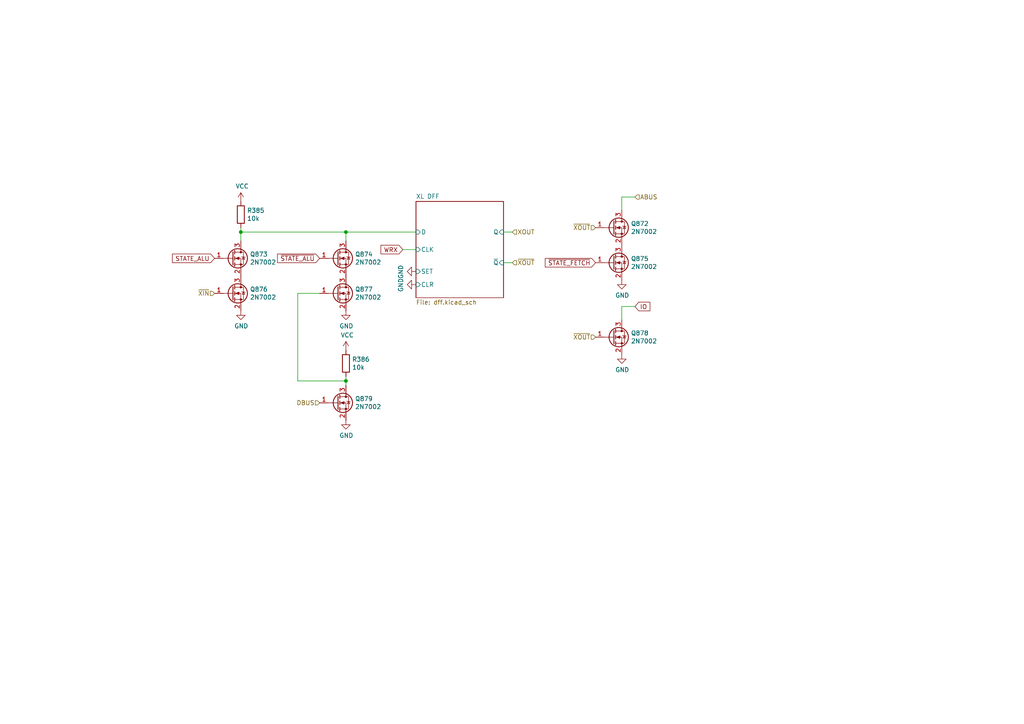
<source format=kicad_sch>
(kicad_sch (version 20230121) (generator eeschema)
  (paper "A4")
  (title_block (title "Q2 Computer") (date "2022-04-16") (rev "4c") (company "joewing.net"))
  (lib_symbols
    (symbol "Device:R" (pin_numbers hide) (pin_names (offset 0))
      (property "Reference" "R" (at 2.032 0 90))
      (property "Value" "R" (at 0 0 90))
      (symbol "R_0_1"
        (rectangle (start -1.016 -2.54) (end 1.016 2.54) (stroke (width 0.254)))
      )
      (symbol "R_1_1"
        (pin passive line (at 0 3.81 270) (length 1.27) (name "~") (number "1"))
        (pin passive line (at 0 -3.81 90) (length 1.27) (name "~") (number "2"))
      )
    )
    (symbol "Transistor_FET:2N7002" (pin_names hide)
      (property "Reference" "Q" (at 5.08 1.905 0))
      (property "Value" "2N7002" (at 5.08 0 0))
      (symbol "2N7002_0_1"
        (polyline (pts (xy 0.254 0) (xy -2.54 0)))
        (polyline (pts (xy 0.254 1.905) (xy 0.254 -1.905)) (stroke (width 0.254)))
        (polyline (pts (xy 0.762 -1.27) (xy 0.762 -2.286)) (stroke (width 0.254)))
        (polyline (pts (xy 0.762 0.508) (xy 0.762 -0.508)) (stroke (width 0.254)))
        (polyline (pts (xy 0.762 2.286) (xy 0.762 1.27)) (stroke (width 0.254)))
        (polyline (pts (xy 2.54 2.54) (xy 2.54 1.778)))
        (polyline (pts (xy 2.54 -2.54) (xy 2.54 0) (xy 0.762 0)))
        (polyline (pts (xy 0.762 -1.778) (xy 3.302 -1.778) (xy 3.302 1.778) (xy 0.762 1.778)))
        (polyline (pts (xy 1.016 0) (xy 2.032 0.381) (xy 2.032 -0.381) (xy 1.016 0)) (fill (type outline)))
        (polyline (pts (xy 2.794 0.508) (xy 2.921 0.381) (xy 3.683 0.381) (xy 3.81 0.254)))
        (polyline (pts (xy 3.302 0.381) (xy 2.921 -0.254) (xy 3.683 -0.254) (xy 3.302 0.381)))
        (circle (center 1.651 0) (radius 2.794) (stroke (width 0.254)))
        (circle (center 2.54 -1.778) (radius 0.254) (fill (type outline)))
        (circle (center 2.54 1.778) (radius 0.254) (fill (type outline)))
      )
      (symbol "2N7002_1_1"
        (pin input line (at -5.08 0 0) (length 2.54) (name "G") (number "1"))
        (pin passive line (at 2.54 -5.08 90) (length 2.54) (name "S") (number "2"))
        (pin passive line (at 2.54 5.08 270) (length 2.54) (name "D") (number "3"))
      )
    )
    (symbol "power:GND" (power) (pin_names (offset 0))
      (property "Value" "GND" (at 0 -3.81 0))
      (symbol "GND_0_1"
        (polyline (pts (xy 0 0) (xy 0 -1.27) (xy 1.27 -1.27) (xy 0 -2.54) (xy -1.27 -1.27) (xy 0 -1.27)))
      )
      (symbol "GND_1_1"
        (pin power_in line (at 0 0 270) (length 0) hide (name "GND") (number "1"))
      )
    )
    (symbol "power:VCC" (power) (pin_names (offset 0))
      (property "Value" "VCC" (at 0 3.81 0))
      (symbol "VCC_0_1"
        (polyline (pts (xy -0.762 1.27) (xy 0 2.54)))
        (polyline (pts (xy 0 0) (xy 0 2.54)))
        (polyline (pts (xy 0 2.54) (xy 0.762 1.27)))
      )
      (symbol "VCC_1_1"
        (pin power_in line (at 0 0 90) (length 0) hide (name "VCC") (number "1"))
      )
    )
  )
  (junction (at 69.85 67.31))
  (junction (at 100.33 67.31))
  (junction (at 100.33 110.49))
  (wire (pts (xy 69.85 67.31) (xy 69.85 69.85)))
  (wire (pts (xy 116.84 72.39) (xy 120.65 72.39)))
  (wire (pts (xy 180.34 88.9) (xy 180.34 92.71)))
  (wire (pts (xy 69.85 67.31) (xy 100.33 67.31)))
  (wire (pts (xy 148.59 76.2) (xy 146.05 76.2)))
  (wire (pts (xy 100.33 109.22) (xy 100.33 110.49)))
  (wire (pts (xy 100.33 110.49) (xy 100.33 111.76)))
  (wire (pts (xy 184.15 88.9) (xy 180.34 88.9)))
  (wire (pts (xy 148.59 67.31) (xy 146.05 67.31)))
  (wire (pts (xy 86.36 85.09) (xy 86.36 110.49)))
  (wire (pts (xy 69.85 66.04) (xy 69.85 67.31)))
  (wire (pts (xy 100.33 67.31) (xy 100.33 69.85)))
  (wire (pts (xy 180.34 57.15) (xy 180.34 60.96)))
  (wire (pts (xy 100.33 110.49) (xy 86.36 110.49)))
  (wire (pts (xy 100.33 67.31) (xy 120.65 67.31)))
  (wire (pts (xy 184.15 57.15) (xy 180.34 57.15)))
  (wire (pts (xy 92.71 85.09) (xy 86.36 85.09)))
  (global_label "~{STATE_ALU}" (shape input) (at 92.71 74.93 180) (property "Intersheetrefs" "${INTERSHEET_REFS}" (effects hide)))
  (global_label "WRX" (shape input) (at 116.84 72.39 180) (property "Intersheetrefs" "${INTERSHEET_REFS}" (effects hide)))
  (global_label "IO" (shape input) (at 184.15 88.9 0) (property "Intersheetrefs" "${INTERSHEET_REFS}" (effects hide)))
  (global_label "~{STATE_FETCH}" (shape input) (at 172.72 76.2 180) (property "Intersheetrefs" "${INTERSHEET_REFS}" (effects hide)))
  (global_label "STATE_ALU" (shape input) (at 62.23 74.93 180) (property "Intersheetrefs" "${INTERSHEET_REFS}" (effects hide)))
  (hierarchical_label "ABUS" (shape input) (at 184.15 57.15 0))
  (hierarchical_label "~{XOUT}" (shape input) (at 148.59 76.2 0))
  (hierarchical_label "~{XOUT}" (shape input) (at 172.72 97.79 180))
  (hierarchical_label "XOUT" (shape input) (at 148.59 67.31 0))
  (hierarchical_label "~{XOUT}" (shape input) (at 172.72 66.04 180))
  (hierarchical_label "~{XIN}" (shape input) (at 62.23 85.09 180))
  (hierarchical_label "DBUS" (shape input) (at 92.71 116.84 180))
  (symbol (lib_id "power:GND") (at 180.34 102.87 0) (unit 1)
    (property "Reference" "#PWR0756" (effects hide))
    (property "Value" "GND" (at 180.467 107.2642 0))
    (instances (project "q2" (path "" (reference "#PWR0756") (unit 1)) (path "" (reference "#PWR0304") (unit 1)) (path "" (reference "#PWR0355") (unit 1)) (path "" (reference "#PWR0674") (unit 1)) (path "" (reference "#PWR0406") (unit 1)) (path "" (reference "#PWR0807") (unit 1)) (path "" (reference "#PWR0457") (unit 1))))
  )
  (symbol (lib_id "Transistor_FET:2N7002") (at 67.31 85.09 0) (unit 1)
    (property "Reference" "Q876" (at 72.4916 83.9216 0) (effects (justify left)))
    (property "Value" "2N7002" (at 72.4916 86.233 0) (effects (justify left)))
    (property "Footprint" "Package_TO_SOT_SMD:SOT-23" (effects hide))
    (property "LCSC" "C181083" (effects hide))
    (property "Manufacturer" "Guangdong Hottech" (effects hide))
    (property "Part Number" "2N7002" (effects hide))
    (property "Package" "SOT-23" (effects hide))
    (property "Type" "SMD" (effects hide))
    (instances (project "q2" (path "" (reference "Q876") (unit 1)) (path "" (reference "Q393") (unit 1)) (path "" (reference "Q461") (unit 1)) (path "" (reference "Q798") (unit 1)) (path "" (reference "Q529") (unit 1)) (path "" (reference "Q944") (unit 1)) (path "" (reference "Q597") (unit 1))))
  )
  (symbol (lib_id "power:GND") (at 69.85 90.17 0) (unit 1)
    (property "Reference" "#PWR0753" (effects hide))
    (property "Value" "GND" (at 69.977 94.5642 0))
    (instances (project "q2" (path "" (reference "#PWR0753") (unit 1)) (path "" (reference "#PWR0301") (unit 1)) (path "" (reference "#PWR0352") (unit 1)) (path "" (reference "#PWR0671") (unit 1)) (path "" (reference "#PWR0403") (unit 1)) (path "" (reference "#PWR0804") (unit 1)) (path "" (reference "#PWR0454") (unit 1))))
  )
  (symbol (lib_id "Transistor_FET:2N7002") (at 67.31 74.93 0) (unit 1)
    (property "Reference" "Q873" (at 72.4916 73.7616 0) (effects (justify left)))
    (property "Value" "2N7002" (at 72.4916 76.073 0) (effects (justify left)))
    (property "Footprint" "Package_TO_SOT_SMD:SOT-23" (effects hide))
    (property "LCSC" "C181083" (effects hide))
    (property "Manufacturer" "Guangdong Hottech" (effects hide))
    (property "Part Number" "2N7002" (effects hide))
    (property "Package" "SOT-23" (effects hide))
    (property "Type" "SMD" (effects hide))
    (instances (project "q2" (path "" (reference "Q873") (unit 1)) (path "" (reference "Q390") (unit 1)) (path "" (reference "Q458") (unit 1)) (path "" (reference "Q795") (unit 1)) (path "" (reference "Q526") (unit 1)) (path "" (reference "Q941") (unit 1)) (path "" (reference "Q594") (unit 1))))
  )
  (symbol (lib_id "Transistor_FET:2N7002") (at 97.79 74.93 0) (unit 1)
    (property "Reference" "Q874" (at 102.9716 73.7616 0) (effects (justify left)))
    (property "Value" "2N7002" (at 102.9716 76.073 0) (effects (justify left)))
    (property "Footprint" "Package_TO_SOT_SMD:SOT-23" (effects hide))
    (property "LCSC" "C181083" (effects hide))
    (property "Manufacturer" "Guangdong Hottech" (effects hide))
    (property "Part Number" "2N7002" (effects hide))
    (property "Package" "SOT-23" (effects hide))
    (property "Type" "SMD" (effects hide))
    (instances (project "q2" (path "" (reference "Q874") (unit 1)) (path "" (reference "Q391") (unit 1)) (path "" (reference "Q459") (unit 1)) (path "" (reference "Q796") (unit 1)) (path "" (reference "Q527") (unit 1)) (path "" (reference "Q942") (unit 1)) (path "" (reference "Q595") (unit 1))))
  )
  (symbol (lib_id "Transistor_FET:2N7002") (at 97.79 116.84 0) (unit 1)
    (property "Reference" "Q879" (at 102.9716 115.6716 0) (effects (justify left)))
    (property "Value" "2N7002" (at 102.9716 117.983 0) (effects (justify left)))
    (property "Footprint" "Package_TO_SOT_SMD:SOT-23" (effects hide))
    (property "LCSC" "C181083" (effects hide))
    (property "Manufacturer" "Guangdong Hottech" (effects hide))
    (property "Part Number" "2N7002" (effects hide))
    (property "Package" "SOT-23" (effects hide))
    (property "Type" "SMD" (effects hide))
    (instances (project "q2" (path "" (reference "Q879") (unit 1)) (path "" (reference "Q396") (unit 1)) (path "" (reference "Q464") (unit 1)) (path "" (reference "Q801") (unit 1)) (path "" (reference "Q532") (unit 1)) (path "" (reference "Q947") (unit 1)) (path "" (reference "Q600") (unit 1))))
  )
  (symbol (lib_id "power:GND") (at 100.33 121.92 0) (unit 1)
    (property "Reference" "#PWR0757" (effects hide))
    (property "Value" "GND" (at 100.457 126.3142 0))
    (instances (project "q2" (path "" (reference "#PWR0757") (unit 1)) (path "" (reference "#PWR0305") (unit 1)) (path "" (reference "#PWR0356") (unit 1)) (path "" (reference "#PWR0675") (unit 1)) (path "" (reference "#PWR0407") (unit 1)) (path "" (reference "#PWR0808") (unit 1)) (path "" (reference "#PWR0458") (unit 1))))
  )
  (symbol (lib_id "Transistor_FET:2N7002") (at 97.79 85.09 0) (unit 1)
    (property "Reference" "Q877" (at 102.9716 83.9216 0) (effects (justify left)))
    (property "Value" "2N7002" (at 102.9716 86.233 0) (effects (justify left)))
    (property "Footprint" "Package_TO_SOT_SMD:SOT-23" (effects hide))
    (property "LCSC" "C181083" (effects hide))
    (property "Manufacturer" "Guangdong Hottech" (effects hide))
    (property "Part Number" "2N7002" (effects hide))
    (property "Package" "SOT-23" (effects hide))
    (property "Type" "SMD" (effects hide))
    (instances (project "q2" (path "" (reference "Q877") (unit 1)) (path "" (reference "Q394") (unit 1)) (path "" (reference "Q462") (unit 1)) (path "" (reference "Q799") (unit 1)) (path "" (reference "Q530") (unit 1)) (path "" (reference "Q945") (unit 1)) (path "" (reference "Q598") (unit 1))))
  )
  (symbol (lib_id "Device:R") (at 100.33 105.41 0) (unit 1)
    (property "Reference" "R386" (at 102.108 104.2416 0) (effects (justify left)))
    (property "Value" "10k" (at 102.108 106.553 0) (effects (justify left)))
    (property "Footprint" "Resistor_SMD:R_0603_1608Metric" (effects hide))
    (property "LCSC" "C25804" (effects hide))
    (property "Manufacturer" "UNI-ROYAL(Uniroyal Elec)" (effects hide))
    (property "Part Number" "0603WAF1002T5E" (effects hide))
    (property "Package" "0603" (effects hide))
    (property "Type" "SMD" (effects hide))
    (instances (project "q2" (path "" (reference "R386") (unit 1)) (path "" (reference "R168") (unit 1)) (path "" (reference "R198") (unit 1)) (path "" (reference "R353") (unit 1)) (path "" (reference "R228") (unit 1)) (path "" (reference "R416") (unit 1)) (path "" (reference "R258") (unit 1))))
  )
  (symbol (lib_id "power:VCC") (at 100.33 101.6 0) (unit 1)
    (property "Reference" "#PWR0755" (effects hide))
    (property "Value" "VCC" (at 100.711 97.2058 0))
    (instances (project "q2" (path "" (reference "#PWR0755") (unit 1)) (path "" (reference "#PWR0303") (unit 1)) (path "" (reference "#PWR0354") (unit 1)) (path "" (reference "#PWR0673") (unit 1)) (path "" (reference "#PWR0405") (unit 1)) (path "" (reference "#PWR0806") (unit 1)) (path "" (reference "#PWR0456") (unit 1))))
  )
  (symbol (lib_id "power:GND") (at 100.33 90.17 0) (unit 1)
    (property "Reference" "#PWR0754" (effects hide))
    (property "Value" "GND" (at 100.457 94.5642 0))
    (instances (project "q2" (path "" (reference "#PWR0754") (unit 1)) (path "" (reference "#PWR0302") (unit 1)) (path "" (reference "#PWR0353") (unit 1)) (path "" (reference "#PWR0672") (unit 1)) (path "" (reference "#PWR0404") (unit 1)) (path "" (reference "#PWR0805") (unit 1)) (path "" (reference "#PWR0455") (unit 1))))
  )
  (symbol (lib_id "Device:R") (at 69.85 62.23 0) (unit 1)
    (property "Reference" "R385" (at 71.628 61.0616 0) (effects (justify left)))
    (property "Value" "10k" (at 71.628 63.373 0) (effects (justify left)))
    (property "Footprint" "Resistor_SMD:R_0603_1608Metric" (effects hide))
    (property "LCSC" "C25804" (effects hide))
    (property "Manufacturer" "UNI-ROYAL(Uniroyal Elec)" (effects hide))
    (property "Part Number" "0603WAF1002T5E" (effects hide))
    (property "Package" "0603" (effects hide))
    (property "Type" "SMD" (effects hide))
    (instances (project "q2" (path "" (reference "R385") (unit 1)) (path "" (reference "R167") (unit 1)) (path "" (reference "R197") (unit 1)) (path "" (reference "R352") (unit 1)) (path "" (reference "R227") (unit 1)) (path "" (reference "R415") (unit 1)) (path "" (reference "R257") (unit 1))))
  )
  (symbol (lib_id "power:VCC") (at 69.85 58.42 0) (unit 1)
    (property "Reference" "#PWR0749" (effects hide))
    (property "Value" "VCC" (at 70.231 54.0258 0))
    (instances (project "q2" (path "" (reference "#PWR0749") (unit 1)) (path "" (reference "#PWR0297") (unit 1)) (path "" (reference "#PWR0348") (unit 1)) (path "" (reference "#PWR0667") (unit 1)) (path "" (reference "#PWR0399") (unit 1)) (path "" (reference "#PWR0800") (unit 1)) (path "" (reference "#PWR0450") (unit 1))))
  )
  (symbol (lib_id "Transistor_FET:2N7002") (at 177.8 97.79 0) (unit 1)
    (property "Reference" "Q878" (at 182.9816 96.6216 0) (effects (justify left)))
    (property "Value" "2N7002" (at 182.9816 98.933 0) (effects (justify left)))
    (property "Footprint" "Package_TO_SOT_SMD:SOT-23" (effects hide))
    (property "LCSC" "C181083" (effects hide))
    (property "Manufacturer" "Guangdong Hottech" (effects hide))
    (property "Part Number" "2N7002" (effects hide))
    (property "Package" "SOT-23" (effects hide))
    (property "Type" "SMD" (effects hide))
    (instances (project "q2" (path "" (reference "Q878") (unit 1)) (path "" (reference "Q395") (unit 1)) (path "" (reference "Q463") (unit 1)) (path "" (reference "Q800") (unit 1)) (path "" (reference "Q531") (unit 1)) (path "" (reference "Q946") (unit 1)) (path "" (reference "Q599") (unit 1))))
  )
  (symbol (lib_id "Transistor_FET:2N7002") (at 177.8 76.2 0) (unit 1)
    (property "Reference" "Q875" (at 182.9816 75.0316 0) (effects (justify left)))
    (property "Value" "2N7002" (at 182.9816 77.343 0) (effects (justify left)))
    (property "Footprint" "Package_TO_SOT_SMD:SOT-23" (effects hide))
    (property "LCSC" "C181083" (effects hide))
    (property "Manufacturer" "Guangdong Hottech" (effects hide))
    (property "Part Number" "2N7002" (effects hide))
    (property "Package" "SOT-23" (effects hide))
    (property "Type" "SMD" (effects hide))
    (instances (project "q2" (path "" (reference "Q875") (unit 1)) (path "" (reference "Q392") (unit 1)) (path "" (reference "Q460") (unit 1)) (path "" (reference "Q797") (unit 1)) (path "" (reference "Q528") (unit 1)) (path "" (reference "Q943") (unit 1)) (path "" (reference "Q596") (unit 1))))
  )
  (symbol (lib_id "power:GND") (at 180.34 81.28 0) (unit 1)
    (property "Reference" "#PWR0751" (effects hide))
    (property "Value" "GND" (at 180.467 85.6742 0))
    (instances (project "q2" (path "" (reference "#PWR0751") (unit 1)) (path "" (reference "#PWR0299") (unit 1)) (path "" (reference "#PWR0350") (unit 1)) (path "" (reference "#PWR0669") (unit 1)) (path "" (reference "#PWR0401") (unit 1)) (path "" (reference "#PWR0802") (unit 1)) (path "" (reference "#PWR0452") (unit 1))))
  )
  (symbol (lib_id "Transistor_FET:2N7002") (at 177.8 66.04 0) (unit 1)
    (property "Reference" "Q872" (at 182.9816 64.8716 0) (effects (justify left)))
    (property "Value" "2N7002" (at 182.9816 67.183 0) (effects (justify left)))
    (property "Footprint" "Package_TO_SOT_SMD:SOT-23" (effects hide))
    (property "LCSC" "C181083" (effects hide))
    (property "Manufacturer" "Guangdong Hottech" (effects hide))
    (property "Part Number" "2N7002" (effects hide))
    (property "Package" "SOT-23" (effects hide))
    (property "Type" "SMD" (effects hide))
    (instances (project "q2" (path "" (reference "Q872") (unit 1)) (path "" (reference "Q389") (unit 1)) (path "" (reference "Q457") (unit 1)) (path "" (reference "Q794") (unit 1)) (path "" (reference "Q525") (unit 1)) (path "" (reference "Q940") (unit 1)) (path "" (reference "Q593") (unit 1))))
  )
  (symbol (lib_id "power:GND") (at 120.65 78.74 270) (unit 1)
    (property "Reference" "#PWR0750" (effects hide))
    (property "Value" "GND" (at 116.2558 78.867 0))
    (instances (project "q2" (path "" (reference "#PWR0750") (unit 1)) (path "" (reference "#PWR0298") (unit 1)) (path "" (reference "#PWR0349") (unit 1)) (path "" (reference "#PWR0668") (unit 1)) (path "" (reference "#PWR0400") (unit 1)) (path "" (reference "#PWR0801") (unit 1)) (path "" (reference "#PWR0451") (unit 1))))
  )
  (symbol (lib_id "power:GND") (at 120.65 82.55 270) (unit 1)
    (property "Reference" "#PWR0752" (effects hide))
    (property "Value" "GND" (at 116.2558 82.677 0))
    (instances (project "q2" (path "" (reference "#PWR0752") (unit 1)) (path "" (reference "#PWR0300") (unit 1)) (path "" (reference "#PWR0351") (unit 1)) (path "" (reference "#PWR0670") (unit 1)) (path "" (reference "#PWR0402") (unit 1)) (path "" (reference "#PWR0803") (unit 1)) (path "" (reference "#PWR0453") (unit 1))))
  )
  (sheet (at 120.65 58.42) (size 25.4 27.94)
    (property "Sheetname" "XL DFF" (at 120.65 57.7084 0) (effects (justify left bottom)))
    (property "Sheetfile" "dff.kicad_sch" (at 120.65 86.9446 0) (effects (justify left top)))
    (pin "D" input (at 120.65 67.31 180))
    (pin "CLK" input (at 120.65 72.39 180))
    (pin "Q" input (at 146.05 67.31 0))
    (pin "~{Q}" input (at 146.05 76.2 0))
    (pin "SET" input (at 120.65 78.74 180))
    (pin "CLR" input (at 120.65 82.55 180))
  )
)
</source>
